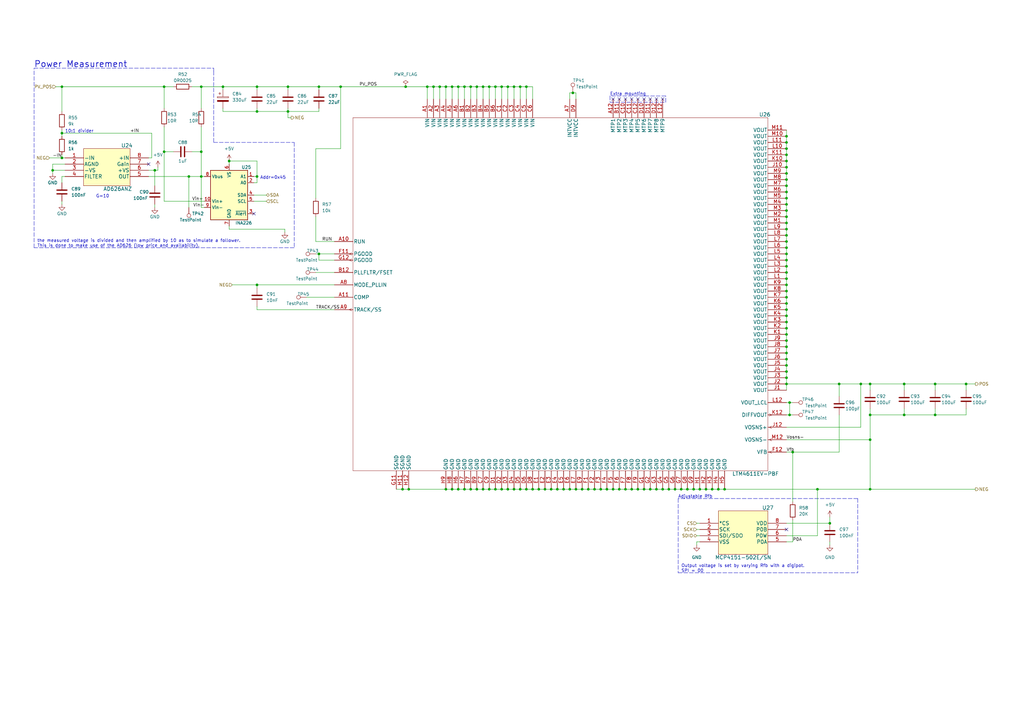
<source format=kicad_sch>
(kicad_sch (version 20211123) (generator eeschema)
  (paper "A3")
  (lib_symbols
    (symbol "AD626ANZ:AD626ANZ" (pin_names (offset 0.254))
      (property "Reference" "U?" (at 39.37 10.16 0))
      (property "Value" "AD626ANZ" (at 39.37 6.35 0))
      (symbol "AD626ANZ_1_1"
        (rectangle (start 29.21 3.81) (end 48.26 -11.43) (fill (type background)))
        (pin unspecified line (at 21.59 0 0) (length 7.62) (name "-IN") (number "1"))
        (pin unspecified line (at 21.59 -2.54 0) (length 7.62) (name "AGND") (number "2"))
        (pin power_in line (at 21.59 -5.08 0) (length 7.62) (name "-VS") (number "3"))
        (pin unspecified line (at 21.59 -7.62 0) (length 7.62) (name "FILTER") (number "4"))
        (pin unspecified line (at 55.88 -7.62 180) (length 7.62) (name "OUT") (number "5"))
        (pin power_in line (at 55.88 -5.08 180) (length 7.62) (name "+VS") (number "6"))
        (pin unspecified line (at 55.88 -2.54 180) (length 7.62) (name "Gain") (number "7"))
        (pin unspecified line (at 55.88 0 180) (length 7.62) (name "+IN") (number "8"))
      )
    )
    (symbol "Analog_ADC:INA226"
      (property "Reference" "U" (at -6.35 11.43 0))
      (property "Value" "INA226" (at 3.81 11.43 0))
      (symbol "INA226_0_1"
        (rectangle (start 7.62 10.16) (end -7.62 -10.16) (stroke (width 0.254)) (fill (type background)))
      )
      (symbol "INA226_1_1"
        (pin input line (at 10.16 7.62 180) (length 2.54) (name "A1") (number "1"))
        (pin input line (at -10.16 -2.54 0) (length 2.54) (name "Vin+") (number "10"))
        (pin input line (at 10.16 5.08 180) (length 2.54) (name "A0") (number "2"))
        (pin open_collector line (at 10.16 -7.62 180) (length 2.54) (name "~{Alert}") (number "3"))
        (pin bidirectional line (at 10.16 0 180) (length 2.54) (name "SDA") (number "4"))
        (pin input line (at 10.16 -2.54 180) (length 2.54) (name "SCL") (number "5"))
        (pin power_in line (at 0 12.7 270) (length 2.54) (name "VS") (number "6"))
        (pin power_in line (at 0 -12.7 90) (length 2.54) (name "GND") (number "7"))
        (pin input line (at -10.16 7.62 0) (length 2.54) (name "Vbus") (number "8"))
        (pin input line (at -10.16 -5.08 0) (length 2.54) (name "Vin-") (number "9"))
      )
    )
    (symbol "Connector:TestPoint" (pin_numbers hide) (pin_names (offset 0.762) hide)
      (property "Reference" "TP" (at 0 6.858 0))
      (property "Value" "TestPoint" (at 0 5.08 0))
      (symbol "TestPoint_0_1"
        (circle (center 0 3.302) (radius 0.762))
      )
      (symbol "TestPoint_1_1"
        (pin passive line (at 0 0 90) (length 2.54) (name "1") (number "1"))
      )
    )
    (symbol "Device:C" (pin_numbers hide) (pin_names (offset 0.254))
      (property "Reference" "C" (at 0.635 2.54 0))
      (property "Value" "C" (at 0.635 -2.54 0))
      (symbol "C_0_1"
        (polyline (pts (xy -2.032 -0.762) (xy 2.032 -0.762)) (stroke (width 0.508)))
        (polyline (pts (xy -2.032 0.762) (xy 2.032 0.762)) (stroke (width 0.508)))
      )
      (symbol "C_1_1"
        (pin passive line (at 0 3.81 270) (length 2.794) (name "~") (number "1"))
        (pin passive line (at 0 -3.81 90) (length 2.794) (name "~") (number "2"))
      )
    )
    (symbol "Device:C_Polarized" (pin_numbers hide) (pin_names (offset 0.254))
      (property "Reference" "C" (at 0.635 2.54 0))
      (property "Value" "C_Polarized" (at 0.635 -2.54 0))
      (symbol "C_Polarized_0_1"
        (rectangle (start -2.286 0.508) (end 2.286 1.016))
        (polyline (pts (xy -1.778 2.286) (xy -0.762 2.286)))
        (polyline (pts (xy -1.27 2.794) (xy -1.27 1.778)))
        (rectangle (start 2.286 -0.508) (end -2.286 -1.016) (fill (type outline)))
      )
      (symbol "C_Polarized_1_1"
        (pin passive line (at 0 3.81 270) (length 2.794) (name "~") (number "1"))
        (pin passive line (at 0 -3.81 90) (length 2.794) (name "~") (number "2"))
      )
    )
    (symbol "Device:R" (pin_numbers hide) (pin_names (offset 0))
      (property "Reference" "R" (at 2.032 0 90))
      (property "Value" "R" (at 0 0 90))
      (symbol "R_0_1"
        (rectangle (start -1.016 -2.54) (end 1.016 2.54) (stroke (width 0.254)))
      )
      (symbol "R_1_1"
        (pin passive line (at 0 3.81 270) (length 1.27) (name "~") (number "1"))
        (pin passive line (at 0 -3.81 90) (length 1.27) (name "~") (number "2"))
      )
    )
    (symbol "LTM4611EV:LTM4611EV-PBF" (pin_names (offset 0.254))
      (property "Reference" "U26" (at 176.53 52.07 0))
      (property "Value" "LTM4611EV-PBF" (at 172.72 -95.25 0))
      (symbol "LTM4611EV-PBF_1_1"
        (polyline (pts (xy 7.112 -28.448) (xy 6.0452 -27.94)) (stroke (width 0.127)))
        (polyline (pts (xy 7.112 -27.432) (xy 6.0452 -27.94)) (stroke (width 0.127)))
        (polyline (pts (xy 7.112 -8.128) (xy 6.0452 -7.62)) (stroke (width 0.127)))
        (polyline (pts (xy 7.112 -7.112) (xy 6.0452 -7.62)) (stroke (width 0.127)))
        (polyline (pts (xy 7.112 -5.588) (xy 6.0452 -5.08)) (stroke (width 0.127)))
        (polyline (pts (xy 7.112 -4.572) (xy 6.0452 -5.08)) (stroke (width 0.127)))
        (polyline (pts (xy 7.62 -93.98) (xy 177.8 -93.98)) (stroke (width 0.127)))
        (polyline (pts (xy 7.62 50.8) (xy 7.62 -93.98)) (stroke (width 0.127)))
        (polyline (pts (xy 177.8 -93.98) (xy 177.8 50.8)) (stroke (width 0.127)))
        (polyline (pts (xy 177.8 50.8) (xy 7.62 50.8)) (stroke (width 0.127)))
        (polyline (pts (xy 178.308 -86.36) (xy 179.3748 -86.868)) (stroke (width 0.127)))
        (polyline (pts (xy 178.308 -86.36) (xy 179.3748 -85.852)) (stroke (width 0.127)))
        (polyline (pts (xy 178.308 -81.28) (xy 179.3748 -81.788)) (stroke (width 0.127)))
        (polyline (pts (xy 178.308 -81.28) (xy 179.3748 -80.772)) (stroke (width 0.127)))
        (polyline (pts (xy 178.308 -76.2) (xy 179.3748 -76.708)) (stroke (width 0.127)))
        (polyline (pts (xy 178.308 -76.2) (xy 179.3748 -75.692)) (stroke (width 0.127)))
        (polyline (pts (xy 178.308 -71.628) (xy 179.3748 -71.12)) (stroke (width 0.127)))
        (polyline (pts (xy 178.308 -70.612) (xy 179.3748 -71.12)) (stroke (width 0.127)))
        (pin power_in line (at 38.1 58.42 270) (length 7.62) (name "VIN") (number "A1"))
        (pin unspecified line (at 0 0 0) (length 7.62) (name "RUN") (number "A10"))
        (pin unspecified line (at 0 -22.86 0) (length 7.62) (name "COMP") (number "A11"))
        (pin unspecified line (at 114.3 58.42 270) (length 7.62) (name "MTP1") (number "A12"))
        (pin power_in line (at 40.64 58.42 270) (length 7.62) (name "VIN") (number "A2"))
        (pin power_in line (at 43.18 58.42 270) (length 7.62) (name "VIN") (number "A3"))
        (pin power_in line (at 45.72 58.42 270) (length 7.62) (name "VIN") (number "A4"))
        (pin power_in line (at 48.26 58.42 270) (length 7.62) (name "VIN") (number "A5"))
        (pin power_in line (at 50.8 58.42 270) (length 7.62) (name "VIN") (number "A6"))
        (pin passive line (at 96.52 58.42 270) (length 7.62) (name "INTVCC") (number "A7"))
        (pin unspecified line (at 0 -17.78 0) (length 7.62) (name "MODE_PLLIN") (number "A8"))
        (pin output line (at 0 -27.94 0) (length 7.62) (name "TRACK/SS") (number "A9"))
        (pin power_in line (at 53.34 58.42 270) (length 7.62) (name "VIN") (number "B1"))
        (pin unspecified line (at 116.84 58.42 270) (length 7.62) (name "MTP2") (number "B11"))
        (pin unspecified line (at 0 -12.7 0) (length 7.62) (name "PLLFLTR/FSET") (number "B12"))
        (pin power_in line (at 55.88 58.42 270) (length 7.62) (name "VIN") (number "B2"))
        (pin power_in line (at 58.42 58.42 270) (length 7.62) (name "VIN") (number "B3"))
        (pin power_in line (at 60.96 58.42 270) (length 7.62) (name "VIN") (number "B4"))
        (pin power_in line (at 63.5 58.42 270) (length 7.62) (name "VIN") (number "B5"))
        (pin power_in line (at 66.04 58.42 270) (length 7.62) (name "VIN") (number "B6"))
        (pin power_in line (at 55.88 -101.6 90) (length 7.62) (name "GND") (number "B7"))
        (pin power_in line (at 58.42 -101.6 90) (length 7.62) (name "GND") (number "B9"))
        (pin power_in line (at 68.58 58.42 270) (length 7.62) (name "VIN") (number "C1"))
        (pin unspecified line (at 119.38 58.42 270) (length 7.62) (name "MTP3") (number "C10"))
        (pin unspecified line (at 121.92 58.42 270) (length 7.62) (name "MTP4") (number "C11"))
        (pin unspecified line (at 124.46 58.42 270) (length 7.62) (name "MTP5") (number "C12"))
        (pin power_in line (at 71.12 58.42 270) (length 7.62) (name "VIN") (number "C2"))
        (pin power_in line (at 73.66 58.42 270) (length 7.62) (name "VIN") (number "C3"))
        (pin power_in line (at 76.2 58.42 270) (length 7.62) (name "VIN") (number "C4"))
        (pin power_in line (at 78.74 58.42 270) (length 7.62) (name "VIN") (number "C5"))
        (pin power_in line (at 81.28 58.42 270) (length 7.62) (name "VIN") (number "C6"))
        (pin power_in line (at 60.96 -101.6 90) (length 7.62) (name "GND") (number "C7"))
        (pin power_in line (at 63.5 -101.6 90) (length 7.62) (name "GND") (number "C9"))
        (pin power_in line (at 66.04 -101.6 90) (length 7.62) (name "GND") (number "D1"))
        (pin unspecified line (at 127 58.42 270) (length 7.62) (name "MTP6") (number "D10"))
        (pin unspecified line (at 129.54 58.42 270) (length 7.62) (name "MTP7") (number "D11"))
        (pin unspecified line (at 132.08 58.42 270) (length 7.62) (name "MTP8") (number "D12"))
        (pin power_in line (at 68.58 -101.6 90) (length 7.62) (name "GND") (number "D2"))
        (pin power_in line (at 71.12 -101.6 90) (length 7.62) (name "GND") (number "D3"))
        (pin power_in line (at 73.66 -101.6 90) (length 7.62) (name "GND") (number "D4"))
        (pin power_in line (at 76.2 -101.6 90) (length 7.62) (name "GND") (number "D5"))
        (pin power_in line (at 78.74 -101.6 90) (length 7.62) (name "GND") (number "D6"))
        (pin power_in line (at 81.28 -101.6 90) (length 7.62) (name "GND") (number "D8"))
        (pin passive line (at 99.06 58.42 270) (length 7.62) (name "INTVCC") (number "D9"))
        (pin power_in line (at 83.82 -101.6 90) (length 7.62) (name "GND") (number "E1"))
        (pin unspecified line (at 134.62 58.42 270) (length 7.62) (name "MTP9") (number "E12"))
        (pin power_in line (at 86.36 -101.6 90) (length 7.62) (name "GND") (number "E2"))
        (pin power_in line (at 88.9 -101.6 90) (length 7.62) (name "GND") (number "E3"))
        (pin power_in line (at 91.44 -101.6 90) (length 7.62) (name "GND") (number "E4"))
        (pin power_in line (at 93.98 -101.6 90) (length 7.62) (name "GND") (number "E5"))
        (pin power_in line (at 96.52 -101.6 90) (length 7.62) (name "GND") (number "E6"))
        (pin power_in line (at 99.06 -101.6 90) (length 7.62) (name "GND") (number "E7"))
        (pin power_in line (at 101.6 -101.6 90) (length 7.62) (name "GND") (number "E9"))
        (pin power_in line (at 104.14 -101.6 90) (length 7.62) (name "GND") (number "F1"))
        (pin passive line (at 0 -5.08 0) (length 7.62) (name "PGOOD") (number "F11"))
        (pin input line (at 185.42 -86.36 180) (length 7.62) (name "VFB") (number "F12"))
        (pin power_in line (at 106.68 -101.6 90) (length 7.62) (name "GND") (number "F2"))
        (pin power_in line (at 109.22 -101.6 90) (length 7.62) (name "GND") (number "F3"))
        (pin power_in line (at 111.76 -101.6 90) (length 7.62) (name "GND") (number "F4"))
        (pin power_in line (at 114.3 -101.6 90) (length 7.62) (name "GND") (number "F5"))
        (pin power_in line (at 116.84 -101.6 90) (length 7.62) (name "GND") (number "F6"))
        (pin power_in line (at 119.38 -101.6 90) (length 7.62) (name "GND") (number "F7"))
        (pin power_in line (at 121.92 -101.6 90) (length 7.62) (name "GND") (number "F8"))
        (pin power_in line (at 124.46 -101.6 90) (length 7.62) (name "GND") (number "F9"))
        (pin power_in line (at 127 -101.6 90) (length 7.62) (name "GND") (number "G1"))
        (pin power_in line (at 25.4 -101.6 90) (length 7.62) (name "SGND") (number "G11"))
        (pin passive line (at 0 -7.62 0) (length 7.62) (name "PGOOD") (number "G12"))
        (pin power_in line (at 129.54 -101.6 90) (length 7.62) (name "GND") (number "G2"))
        (pin power_in line (at 132.08 -101.6 90) (length 7.62) (name "GND") (number "G3"))
        (pin power_in line (at 134.62 -101.6 90) (length 7.62) (name "GND") (number "G4"))
        (pin power_in line (at 137.16 -101.6 90) (length 7.62) (name "GND") (number "G5"))
        (pin power_in line (at 139.7 -101.6 90) (length 7.62) (name "GND") (number "G6"))
        (pin power_in line (at 142.24 -101.6 90) (length 7.62) (name "GND") (number "G7"))
        (pin power_in line (at 144.78 -101.6 90) (length 7.62) (name "GND") (number "G8"))
        (pin power_in line (at 147.32 -101.6 90) (length 7.62) (name "GND") (number "G9"))
        (pin power_in line (at 149.86 -101.6 90) (length 7.62) (name "GND") (number "H1"))
        (pin power_in line (at 27.94 -101.6 90) (length 7.62) (name "SGND") (number "H11"))
        (pin power_in line (at 30.48 -101.6 90) (length 7.62) (name "SGND") (number "H12"))
        (pin power_in line (at 152.4 -101.6 90) (length 7.62) (name "GND") (number "H2"))
        (pin power_in line (at 154.94 -101.6 90) (length 7.62) (name "GND") (number "H3"))
        (pin power_in line (at 157.48 -101.6 90) (length 7.62) (name "GND") (number "H4"))
        (pin power_in line (at 160.02 -101.6 90) (length 7.62) (name "GND") (number "H5"))
        (pin power_in line (at 50.8 -101.6 90) (length 7.62) (name "GND") (number "H6"))
        (pin power_in line (at 53.34 -101.6 90) (length 7.62) (name "GND") (number "H7"))
        (pin power_in line (at 48.26 -101.6 90) (length 7.62) (name "GND") (number "H8"))
        (pin power_in line (at 45.72 -101.6 90) (length 7.62) (name "GND") (number "H9"))
        (pin power_in line (at 185.42 -60.96 180) (length 7.62) (name "VOUT") (number "J1"))
        (pin power_in line (at 185.42 30.48 180) (length 7.62) (name "VOUT") (number "J10"))
        (pin input line (at 185.42 -76.2 180) (length 7.62) (name "VOSNS+") (number "J12"))
        (pin power_in line (at 185.42 -58.42 180) (length 7.62) (name "VOUT") (number "J2"))
        (pin power_in line (at 185.42 -55.88 180) (length 7.62) (name "VOUT") (number "J3"))
        (pin power_in line (at 185.42 -53.34 180) (length 7.62) (name "VOUT") (number "J4"))
        (pin power_in line (at 185.42 -50.8 180) (length 7.62) (name "VOUT") (number "J5"))
        (pin power_in line (at 185.42 -48.26 180) (length 7.62) (name "VOUT") (number "J6"))
        (pin power_in line (at 185.42 -45.72 180) (length 7.62) (name "VOUT") (number "J7"))
        (pin power_in line (at 185.42 -43.18 180) (length 7.62) (name "VOUT") (number "J8"))
        (pin power_in line (at 185.42 -40.64 180) (length 7.62) (name "VOUT") (number "J9"))
        (pin power_in line (at 185.42 -38.1 180) (length 7.62) (name "VOUT") (number "K1"))
        (pin power_in line (at 185.42 33.02 180) (length 7.62) (name "VOUT") (number "K10"))
        (pin power_in line (at 185.42 35.56 180) (length 7.62) (name "VOUT") (number "K11"))
        (pin output line (at 185.42 -71.12 180) (length 7.62) (name "DIFFVOUT") (number "K12"))
        (pin power_in line (at 185.42 -35.56 180) (length 7.62) (name "VOUT") (number "K2"))
        (pin power_in line (at 185.42 -33.02 180) (length 7.62) (name "VOUT") (number "K3"))
        (pin power_in line (at 185.42 -30.48 180) (length 7.62) (name "VOUT") (number "K4"))
        (pin power_in line (at 185.42 -27.94 180) (length 7.62) (name "VOUT") (number "K5"))
        (pin power_in line (at 185.42 -25.4 180) (length 7.62) (name "VOUT") (number "K6"))
        (pin power_in line (at 185.42 -22.86 180) (length 7.62) (name "VOUT") (number "K7"))
        (pin power_in line (at 185.42 -20.32 180) (length 7.62) (name "VOUT") (number "K8"))
        (pin power_in line (at 185.42 -17.78 180) (length 7.62) (name "VOUT") (number "K9"))
        (pin power_in line (at 185.42 -15.24 180) (length 7.62) (name "VOUT") (number "L1"))
        (pin power_in line (at 185.42 38.1 180) (length 7.62) (name "VOUT") (number "L10"))
        (pin power_in line (at 185.42 40.64 180) (length 7.62) (name "VOUT") (number "L11"))
        (pin input line (at 185.42 -66.04 180) (length 7.62) (name "VOUT_LCL") (number "L12"))
        (pin power_in line (at 185.42 -12.7 180) (length 7.62) (name "VOUT") (number "L2"))
        (pin power_in line (at 185.42 -10.16 180) (length 7.62) (name "VOUT") (number "L3"))
        (pin power_in line (at 185.42 -7.62 180) (length 7.62) (name "VOUT") (number "L4"))
        (pin power_in line (at 185.42 -5.08 180) (length 7.62) (name "VOUT") (number "L5"))
        (pin power_in line (at 185.42 -2.54 180) (length 7.62) (name "VOUT") (number "L6"))
        (pin power_in line (at 185.42 0 180) (length 7.62) (name "VOUT") (number "L7"))
        (pin power_in line (at 185.42 2.54 180) (length 7.62) (name "VOUT") (number "L8"))
        (pin power_in line (at 185.42 5.08 180) (length 7.62) (name "VOUT") (number "L9"))
        (pin power_in line (at 185.42 7.62 180) (length 7.62) (name "VOUT") (number "M1"))
        (pin power_in line (at 185.42 43.18 180) (length 7.62) (name "VOUT") (number "M10"))
        (pin power_in line (at 185.42 45.72 180) (length 7.62) (name "VOUT") (number "M11"))
        (pin input line (at 185.42 -81.28 180) (length 7.62) (name "VOSNS-") (number "M12"))
        (pin power_in line (at 185.42 10.16 180) (length 7.62) (name "VOUT") (number "M2"))
        (pin power_in line (at 185.42 12.7 180) (length 7.62) (name "VOUT") (number "M3"))
        (pin power_in line (at 185.42 15.24 180) (length 7.62) (name "VOUT") (number "M4"))
        (pin power_in line (at 185.42 17.78 180) (length 7.62) (name "VOUT") (number "M5"))
        (pin power_in line (at 185.42 20.32 180) (length 7.62) (name "VOUT") (number "M6"))
        (pin power_in line (at 185.42 22.86 180) (length 7.62) (name "VOUT") (number "M7"))
        (pin power_in line (at 185.42 25.4 180) (length 7.62) (name "VOUT") (number "M8"))
        (pin power_in line (at 185.42 27.94 180) (length 7.62) (name "VOUT") (number "M9"))
      )
    )
    (symbol "MCP4151:MCP4151-502E{slash}SN" (pin_names (offset 0.254))
      (property "Reference" "U7" (at 58.42 6.35 0))
      (property "Value" "MCP4151-502E/SN" (at 48.26 -13.97 0))
      (symbol "MCP4151-502E{slash}SN_0_1"
        (rectangle (start 38.1 5.08) (end 58.42 -12.7) (fill (type background)))
      )
      (symbol "MCP4151-502E{slash}SN_1_1"
        (pin input line (at 30.48 0 0) (length 7.62) (name "*CS") (number "1"))
        (pin input line (at 30.48 -2.54 0) (length 7.62) (name "SCK") (number "2"))
        (pin bidirectional line (at 30.48 -5.08 0) (length 7.62) (name "SDI/SDO") (number "3"))
        (pin power_in line (at 30.48 -7.62 0) (length 7.62) (name "VSS") (number "4"))
        (pin passive line (at 66.04 -7.62 180) (length 7.62) (name "P0A") (number "5"))
        (pin passive line (at 66.04 -5.08 180) (length 7.62) (name "P0W") (number "6"))
        (pin passive line (at 66.04 -2.54 180) (length 7.62) (name "P0B") (number "7"))
        (pin power_in line (at 66.04 0 180) (length 7.62) (name "VDD") (number "8"))
      )
    )
    (symbol "power:+5V" (power) (pin_names (offset 0))
      (property "Value" "+5V" (at 0 3.556 0))
      (symbol "+5V_0_1"
        (polyline (pts (xy -0.762 1.27) (xy 0 2.54)))
        (polyline (pts (xy 0 0) (xy 0 2.54)))
        (polyline (pts (xy 0 2.54) (xy 0.762 1.27)))
      )
      (symbol "+5V_1_1"
        (pin power_in line (at 0 0 90) (length 0) hide (name "+5V") (number "1"))
      )
    )
    (symbol "power:GND" (power) (pin_names (offset 0))
      (property "Value" "GND" (at 0 -3.81 0))
      (symbol "GND_0_1"
        (polyline (pts (xy 0 0) (xy 0 -1.27) (xy 1.27 -1.27) (xy 0 -2.54) (xy -1.27 -1.27) (xy 0 -1.27)))
      )
      (symbol "GND_1_1"
        (pin power_in line (at 0 0 270) (length 0) hide (name "GND") (number "1"))
      )
    )
    (symbol "power:PWR_FLAG" (power) (pin_numbers hide) (pin_names (offset 0) hide)
      (property "Value" "PWR_FLAG" (at 0 3.81 0))
      (symbol "PWR_FLAG_0_0"
        (pin power_out line (at 0 0 90) (length 0) (name "pwr") (number "1"))
      )
      (symbol "PWR_FLAG_0_1"
        (polyline (pts (xy 0 0) (xy 0 1.27) (xy -1.016 1.905) (xy 0 2.54) (xy 1.016 1.905) (xy 0 1.27)))
      )
    )
  )
  (junction (at 383.54 157.48))
  (junction (at 276.86 200.66))
  (junction (at 220.98 200.66))
  (junction (at 175.26 35.56))
  (junction (at 25.4 54.61))
  (junction (at 193.04 200.66))
  (junction (at 325.12 185.42))
  (junction (at 344.17 157.48))
  (junction (at 370.84 157.48))
  (junction (at 292.1 200.66))
  (junction (at 241.3 200.66))
  (junction (at 322.58 154.94))
  (junction (at 256.54 200.66))
  (junction (at 322.58 83.82))
  (junction (at 166.37 35.56))
  (junction (at 340.36 214.63))
  (junction (at 93.98 66.04))
  (junction (at 261.62 200.66))
  (junction (at 370.84 170.18))
  (junction (at 67.31 62.23))
  (junction (at 322.58 144.78))
  (junction (at 353.06 157.48))
  (junction (at 322.58 119.38))
  (junction (at 322.58 157.48))
  (junction (at 287.02 200.66))
  (junction (at 105.41 45.72))
  (junction (at 67.31 35.56))
  (junction (at 322.58 106.68))
  (junction (at 396.24 157.48))
  (junction (at 82.55 62.23))
  (junction (at 322.58 127))
  (junction (at 91.44 35.56))
  (junction (at 322.58 129.54))
  (junction (at 77.47 72.39))
  (junction (at 322.58 116.84))
  (junction (at 105.41 35.56))
  (junction (at 210.82 200.66))
  (junction (at 294.64 200.66))
  (junction (at 297.18 200.66))
  (junction (at 200.66 200.66))
  (junction (at 356.87 200.66))
  (junction (at 322.58 152.4))
  (junction (at 25.4 35.56))
  (junction (at 322.58 134.62))
  (junction (at 383.54 170.18))
  (junction (at 322.58 66.04))
  (junction (at 284.48 200.66))
  (junction (at 182.88 35.56))
  (junction (at 322.58 58.42))
  (junction (at 322.58 142.24))
  (junction (at 274.32 200.66))
  (junction (at 323.85 170.18))
  (junction (at 322.58 101.6))
  (junction (at 322.58 96.52))
  (junction (at 208.28 200.66))
  (junction (at 271.78 200.66))
  (junction (at 322.58 132.08))
  (junction (at 322.58 86.36))
  (junction (at 130.81 35.56))
  (junction (at 200.66 35.56))
  (junction (at 269.24 200.66))
  (junction (at 167.64 200.66))
  (junction (at 208.28 35.56))
  (junction (at 105.41 116.84))
  (junction (at 322.58 99.06))
  (junction (at 234.95 38.1))
  (junction (at 185.42 200.66))
  (junction (at 82.55 72.39))
  (junction (at 236.22 200.66))
  (junction (at 322.58 63.5))
  (junction (at 130.81 104.14))
  (junction (at 198.12 35.56))
  (junction (at 203.2 35.56))
  (junction (at 254 200.66))
  (junction (at 213.36 35.56))
  (junction (at 205.74 200.66))
  (junction (at 25.4 64.77))
  (junction (at 226.06 200.66))
  (junction (at 182.88 200.66))
  (junction (at 190.5 200.66))
  (junction (at 139.7 35.56))
  (junction (at 228.6 200.66))
  (junction (at 63.5 69.85))
  (junction (at 203.2 200.66))
  (junction (at 82.55 35.56))
  (junction (at 215.9 35.56))
  (junction (at 322.58 55.88))
  (junction (at 165.1 200.66))
  (junction (at 356.87 157.48))
  (junction (at 185.42 35.56))
  (junction (at 322.58 91.44))
  (junction (at 322.58 124.46))
  (junction (at 322.58 60.96))
  (junction (at 264.16 200.66))
  (junction (at 322.58 104.14))
  (junction (at 322.58 81.28))
  (junction (at 322.58 139.7))
  (junction (at 322.58 137.16))
  (junction (at 322.58 114.3))
  (junction (at 322.58 109.22))
  (junction (at 281.94 200.66))
  (junction (at 322.58 147.32))
  (junction (at 322.58 111.76))
  (junction (at 190.5 35.56))
  (junction (at 322.58 76.2))
  (junction (at 213.36 200.66))
  (junction (at 218.44 200.66))
  (junction (at 279.4 200.66))
  (junction (at 322.58 71.12))
  (junction (at 177.8 35.56))
  (junction (at 323.85 165.1))
  (junction (at 180.34 35.56))
  (junction (at 322.58 149.86))
  (junction (at 187.96 35.56))
  (junction (at 223.52 200.66))
  (junction (at 187.96 200.66))
  (junction (at 322.58 73.66))
  (junction (at 243.84 200.66))
  (junction (at 118.11 45.72))
  (junction (at 210.82 35.56))
  (junction (at 335.28 200.66))
  (junction (at 322.58 88.9))
  (junction (at 198.12 200.66))
  (junction (at 322.58 68.58))
  (junction (at 195.58 35.56))
  (junction (at 251.46 200.66))
  (junction (at 259.08 200.66))
  (junction (at 238.76 200.66))
  (junction (at 248.92 200.66))
  (junction (at 356.87 180.34))
  (junction (at 195.58 200.66))
  (junction (at 105.41 72.39))
  (junction (at 205.74 35.56))
  (junction (at 193.04 35.56))
  (junction (at 21.59 69.85))
  (junction (at 266.7 200.66))
  (junction (at 322.58 121.92))
  (junction (at 289.56 200.66))
  (junction (at 356.87 170.18))
  (junction (at 231.14 200.66))
  (junction (at 246.38 200.66))
  (junction (at 118.11 35.56))
  (junction (at 322.58 93.98))
  (junction (at 322.58 78.74))
  (junction (at 233.68 200.66))
  (junction (at 215.9 200.66))
  (no_connect (at 271.78 40.64))
  (no_connect (at 251.46 40.64))
  (no_connect (at 269.24 40.64))
  (no_connect (at 266.7 40.64))
  (no_connect (at 256.54 40.64))
  (no_connect (at 104.14 87.63))
  (no_connect (at 264.16 40.64))
  (no_connect (at 60.96 67.31))
  (no_connect (at 254 40.64))
  (no_connect (at 322.58 217.17))
  (no_connect (at 261.62 40.64))
  (no_connect (at 259.08 40.64))
  (wire (pts (xy 322.58 165.1) (xy 323.85 165.1)))
  (wire (pts (xy 63.5 69.85) (xy 63.5 76.2)))
  (polyline (pts (xy 250.19 39.37) (xy 250.19 41.91)))
  (wire (pts (xy 180.34 35.56) (xy 180.34 40.64)))
  (wire (pts (xy 325.12 170.18) (xy 323.85 170.18)))
  (wire (pts (xy 215.9 35.56) (xy 215.9 40.64)))
  (wire (pts (xy 195.58 35.56) (xy 198.12 35.56)))
  (wire (pts (xy 287.02 200.66) (xy 284.48 200.66)))
  (wire (pts (xy 322.58 55.88) (xy 322.58 58.42)))
  (wire (pts (xy 63.5 69.85) (xy 64.77 69.85)))
  (wire (pts (xy 118.11 35.56) (xy 130.81 35.56)))
  (wire (pts (xy 287.02 200.66) (xy 289.56 200.66)))
  (wire (pts (xy 251.46 200.66) (xy 254 200.66)))
  (wire (pts (xy 177.8 35.56) (xy 177.8 40.64)))
  (wire (pts (xy 322.58 114.3) (xy 322.58 116.84)))
  (wire (pts (xy 246.38 200.66) (xy 248.92 200.66)))
  (wire (pts (xy 21.59 69.85) (xy 21.59 71.12)))
  (wire (pts (xy 200.66 35.56) (xy 200.66 40.64)))
  (wire (pts (xy 82.55 72.39) (xy 83.82 72.39)))
  (wire (pts (xy 25.4 64.77) (xy 26.67 64.77)))
  (wire (pts (xy 187.96 35.56) (xy 187.96 40.64)))
  (wire (pts (xy 205.74 35.56) (xy 205.74 40.64)))
  (wire (pts (xy 25.4 35.56) (xy 25.4 45.72)))
  (wire (pts (xy 137.16 99.06) (xy 129.54 99.06)))
  (wire (pts (xy 322.58 127) (xy 322.58 129.54)))
  (wire (pts (xy 190.5 35.56) (xy 190.5 40.64)))
  (wire (pts (xy 64.77 68.58) (xy 64.77 69.85)))
  (wire (pts (xy 139.7 60.96) (xy 139.7 35.56)))
  (wire (pts (xy 322.58 81.28) (xy 322.58 83.82)))
  (wire (pts (xy 335.28 219.71) (xy 335.28 200.66)))
  (wire (pts (xy 322.58 180.34) (xy 356.87 180.34)))
  (wire (pts (xy 325.12 213.36) (xy 325.12 222.25)))
  (wire (pts (xy 322.58 132.08) (xy 322.58 134.62)))
  (wire (pts (xy 322.58 121.92) (xy 322.58 124.46)))
  (wire (pts (xy 297.18 200.66) (xy 294.64 200.66)))
  (wire (pts (xy 322.58 63.5) (xy 322.58 66.04)))
  (wire (pts (xy 130.81 106.68) (xy 130.81 104.14)))
  (wire (pts (xy 322.58 91.44) (xy 322.58 93.98)))
  (wire (pts (xy 322.58 139.7) (xy 322.58 142.24)))
  (polyline (pts (xy 87.63 58.42) (xy 120.65 58.42)))
  (wire (pts (xy 370.84 170.18) (xy 383.54 170.18)))
  (wire (pts (xy 198.12 200.66) (xy 200.66 200.66)))
  (wire (pts (xy 322.58 53.34) (xy 322.58 55.88)))
  (wire (pts (xy 104.14 74.93) (xy 105.41 74.93)))
  (wire (pts (xy 82.55 72.39) (xy 82.55 85.09)))
  (wire (pts (xy 281.94 200.66) (xy 279.4 200.66)))
  (wire (pts (xy 125.73 121.92) (xy 137.16 121.92)))
  (wire (pts (xy 325.12 185.42) (xy 322.58 185.42)))
  (wire (pts (xy 130.81 104.14) (xy 137.16 104.14)))
  (polyline (pts (xy 273.05 41.91) (xy 273.05 39.37)))
  (polyline (pts (xy 120.65 58.42) (xy 120.65 101.6)))
  (polyline (pts (xy 351.79 204.47) (xy 278.13 204.47)))
  (wire (pts (xy 322.58 71.12) (xy 322.58 68.58)))
  (wire (pts (xy 130.81 35.56) (xy 130.81 36.83)))
  (wire (pts (xy 233.68 200.66) (xy 231.14 200.66)))
  (wire (pts (xy 356.87 157.48) (xy 370.84 157.48)))
  (wire (pts (xy 322.58 83.82) (xy 322.58 86.36)))
  (wire (pts (xy 190.5 35.56) (xy 193.04 35.56)))
  (wire (pts (xy 383.54 157.48) (xy 396.24 157.48)))
  (wire (pts (xy 322.58 129.54) (xy 322.58 132.08)))
  (wire (pts (xy 322.58 222.25) (xy 325.12 222.25)))
  (wire (pts (xy 93.98 93.98) (xy 116.84 93.98)))
  (wire (pts (xy 322.58 60.96) (xy 322.58 58.42)))
  (wire (pts (xy 187.96 35.56) (xy 190.5 35.56)))
  (wire (pts (xy 322.58 78.74) (xy 322.58 81.28)))
  (wire (pts (xy 218.44 200.66) (xy 220.98 200.66)))
  (polyline (pts (xy 13.97 27.94) (xy 87.63 27.94)))
  (wire (pts (xy 259.08 200.66) (xy 261.62 200.66)))
  (wire (pts (xy 77.47 72.39) (xy 82.55 72.39)))
  (wire (pts (xy 67.31 62.23) (xy 71.12 62.23)))
  (wire (pts (xy 182.88 35.56) (xy 182.88 40.64)))
  (wire (pts (xy 77.47 72.39) (xy 77.47 85.09)))
  (wire (pts (xy 118.11 44.45) (xy 118.11 45.72)))
  (polyline (pts (xy 278.13 204.47) (xy 278.13 234.95)))
  (wire (pts (xy 193.04 35.56) (xy 195.58 35.56)))
  (wire (pts (xy 322.58 142.24) (xy 322.58 144.78)))
  (wire (pts (xy 25.4 53.34) (xy 25.4 54.61)))
  (wire (pts (xy 344.17 157.48) (xy 344.17 162.56)))
  (wire (pts (xy 175.26 35.56) (xy 177.8 35.56)))
  (wire (pts (xy 233.68 38.1) (xy 234.95 38.1)))
  (wire (pts (xy 167.64 200.66) (xy 165.1 200.66)))
  (wire (pts (xy 322.58 106.68) (xy 322.58 109.22)))
  (wire (pts (xy 21.59 67.31) (xy 21.59 69.85)))
  (wire (pts (xy 256.54 200.66) (xy 259.08 200.66)))
  (wire (pts (xy 284.48 200.66) (xy 281.94 200.66)))
  (wire (pts (xy 83.82 82.55) (xy 67.31 82.55)))
  (wire (pts (xy 203.2 35.56) (xy 205.74 35.56)))
  (wire (pts (xy 25.4 54.61) (xy 25.4 55.88)))
  (wire (pts (xy 67.31 35.56) (xy 71.12 35.56)))
  (wire (pts (xy 21.59 69.85) (xy 26.67 69.85)))
  (wire (pts (xy 236.22 38.1) (xy 236.22 40.64)))
  (wire (pts (xy 234.95 38.1) (xy 236.22 38.1)))
  (wire (pts (xy 193.04 35.56) (xy 193.04 40.64)))
  (wire (pts (xy 62.23 64.77) (xy 60.96 64.77)))
  (wire (pts (xy 105.41 116.84) (xy 105.41 118.11)))
  (wire (pts (xy 78.74 62.23) (xy 82.55 62.23)))
  (wire (pts (xy 396.24 167.64) (xy 396.24 170.18)))
  (wire (pts (xy 165.1 200.66) (xy 162.56 200.66)))
  (wire (pts (xy 105.41 35.56) (xy 118.11 35.56)))
  (wire (pts (xy 167.64 200.66) (xy 182.88 200.66)))
  (wire (pts (xy 322.58 175.26) (xy 353.06 175.26)))
  (wire (pts (xy 203.2 200.66) (xy 205.74 200.66)))
  (wire (pts (xy 396.24 170.18) (xy 383.54 170.18)))
  (wire (pts (xy 322.58 119.38) (xy 322.58 121.92)))
  (wire (pts (xy 271.78 200.66) (xy 269.24 200.66)))
  (wire (pts (xy 25.4 35.56) (xy 67.31 35.56)))
  (wire (pts (xy 322.58 91.44) (xy 322.58 88.9)))
  (wire (pts (xy 21.59 67.31) (xy 26.67 67.31)))
  (wire (pts (xy 370.84 157.48) (xy 370.84 160.02)))
  (wire (pts (xy 322.58 134.62) (xy 322.58 137.16)))
  (polyline (pts (xy 278.13 234.95) (xy 351.79 234.95)))
  (wire (pts (xy 129.54 111.76) (xy 137.16 111.76)))
  (wire (pts (xy 104.14 72.39) (xy 105.41 72.39)))
  (wire (pts (xy 67.31 82.55) (xy 67.31 62.23)))
  (wire (pts (xy 353.06 175.26) (xy 353.06 157.48)))
  (wire (pts (xy 82.55 35.56) (xy 82.55 44.45)))
  (wire (pts (xy 322.58 93.98) (xy 322.58 96.52)))
  (wire (pts (xy 118.11 35.56) (xy 118.11 36.83)))
  (wire (pts (xy 105.41 127) (xy 105.41 125.73)))
  (wire (pts (xy 228.6 200.66) (xy 231.14 200.66)))
  (wire (pts (xy 356.87 170.18) (xy 356.87 180.34)))
  (wire (pts (xy 325.12 185.42) (xy 325.12 205.74)))
  (wire (pts (xy 67.31 35.56) (xy 67.31 44.45)))
  (wire (pts (xy 105.41 66.04) (xy 93.98 66.04)))
  (wire (pts (xy 396.24 157.48) (xy 396.24 160.02)))
  (wire (pts (xy 78.74 35.56) (xy 82.55 35.56)))
  (wire (pts (xy 344.17 170.18) (xy 344.17 185.42)))
  (wire (pts (xy 26.67 72.39) (xy 25.4 72.39)))
  (wire (pts (xy 182.88 200.66) (xy 185.42 200.66)))
  (wire (pts (xy 137.16 127) (xy 105.41 127)))
  (wire (pts (xy 210.82 200.66) (xy 213.36 200.66)))
  (polyline (pts (xy 87.63 27.94) (xy 87.63 29.21)))
  (wire (pts (xy 93.98 93.98) (xy 93.98 92.71)))
  (wire (pts (xy 60.96 72.39) (xy 77.47 72.39)))
  (wire (pts (xy 22.86 35.56) (xy 25.4 35.56)))
  (wire (pts (xy 95.25 116.84) (xy 105.41 116.84)))
  (wire (pts (xy 166.37 35.56) (xy 175.26 35.56)))
  (wire (pts (xy 200.66 200.66) (xy 203.2 200.66)))
  (wire (pts (xy 261.62 200.66) (xy 264.16 200.66)))
  (wire (pts (xy 322.58 99.06) (xy 322.58 96.52)))
  (wire (pts (xy 271.78 200.66) (xy 274.32 200.66)))
  (wire (pts (xy 292.1 200.66) (xy 294.64 200.66)))
  (wire (pts (xy 238.76 200.66) (xy 241.3 200.66)))
  (wire (pts (xy 322.58 111.76) (xy 322.58 114.3)))
  (wire (pts (xy 82.55 52.07) (xy 82.55 62.23)))
  (wire (pts (xy 82.55 85.09) (xy 83.82 85.09)))
  (wire (pts (xy 356.87 170.18) (xy 370.84 170.18)))
  (wire (pts (xy 105.41 116.84) (xy 137.16 116.84)))
  (wire (pts (xy 356.87 180.34) (xy 356.87 200.66)))
  (wire (pts (xy 322.58 76.2) (xy 322.58 78.74)))
  (wire (pts (xy 91.44 44.45) (xy 91.44 45.72)))
  (wire (pts (xy 322.58 71.12) (xy 322.58 73.66)))
  (wire (pts (xy 276.86 200.66) (xy 279.4 200.66)))
  (wire (pts (xy 91.44 45.72) (xy 105.41 45.72)))
  (wire (pts (xy 322.58 124.46) (xy 322.58 127)))
  (wire (pts (xy 322.58 214.63) (xy 340.36 214.63)))
  (wire (pts (xy 322.58 157.48) (xy 344.17 157.48)))
  (wire (pts (xy 285.75 219.71) (xy 287.02 219.71)))
  (wire (pts (xy 25.4 54.61) (xy 62.23 54.61)))
  (wire (pts (xy 130.81 104.14) (xy 129.54 104.14)))
  (wire (pts (xy 62.23 54.61) (xy 62.23 64.77)))
  (wire (pts (xy 130.81 44.45) (xy 130.81 45.72)))
  (wire (pts (xy 104.14 80.01) (xy 109.22 80.01)))
  (wire (pts (xy 208.28 200.66) (xy 210.82 200.66)))
  (wire (pts (xy 180.34 35.56) (xy 182.88 35.56)))
  (wire (pts (xy 322.58 66.04) (xy 322.58 68.58)))
  (wire (pts (xy 322.58 60.96) (xy 322.58 63.5)))
  (wire (pts (xy 118.11 45.72) (xy 118.11 48.26)))
  (wire (pts (xy 289.56 200.66) (xy 292.1 200.66)))
  (wire (pts (xy 105.41 72.39) (xy 105.41 66.04)))
  (wire (pts (xy 195.58 35.56) (xy 195.58 40.64)))
  (wire (pts (xy 285.75 214.63) (xy 287.02 214.63)))
  (wire (pts (xy 322.58 154.94) (xy 322.58 157.48)))
  (wire (pts (xy 297.18 200.66) (xy 335.28 200.66)))
  (wire (pts (xy 322.58 101.6) (xy 322.58 104.14)))
  (wire (pts (xy 208.28 35.56) (xy 210.82 35.56)))
  (wire (pts (xy 190.5 200.66) (xy 187.96 200.66)))
  (wire (pts (xy 274.32 200.66) (xy 276.86 200.66)))
  (wire (pts (xy 323.85 165.1) (xy 325.12 165.1)))
  (wire (pts (xy 193.04 200.66) (xy 195.58 200.66)))
  (polyline (pts (xy 351.79 204.47) (xy 351.79 234.95)))
  (wire (pts (xy 266.7 200.66) (xy 269.24 200.66)))
  (wire (pts (xy 254 200.66) (xy 256.54 200.66)))
  (wire (pts (xy 91.44 35.56) (xy 91.44 36.83)))
  (wire (pts (xy 370.84 167.64) (xy 370.84 170.18)))
  (wire (pts (xy 25.4 82.55) (xy 25.4 83.82)))
  (wire (pts (xy 344.17 157.48) (xy 353.06 157.48)))
  (wire (pts (xy 105.41 45.72) (xy 118.11 45.72)))
  (wire (pts (xy 82.55 62.23) (xy 82.55 72.39)))
  (wire (pts (xy 105.41 44.45) (xy 105.41 45.72)))
  (wire (pts (xy 60.96 69.85) (xy 63.5 69.85)))
  (polyline (pts (xy 250.19 41.91) (xy 273.05 41.91)))
  (wire (pts (xy 203.2 35.56) (xy 203.2 40.64)))
  (wire (pts (xy 223.52 200.66) (xy 226.06 200.66)))
  (wire (pts (xy 322.58 111.76) (xy 322.58 109.22)))
  (polyline (pts (xy 273.05 39.37) (xy 250.19 39.37)))
  (wire (pts (xy 325.12 185.42) (xy 344.17 185.42)))
  (wire (pts (xy 322.58 157.48) (xy 322.58 160.02)))
  (wire (pts (xy 198.12 35.56) (xy 200.66 35.56)))
  (wire (pts (xy 210.82 35.56) (xy 210.82 40.64)))
  (wire (pts (xy 205.74 35.56) (xy 208.28 35.56)))
  (polyline (pts (xy 13.97 101.6) (xy 13.97 27.94)))
  (wire (pts (xy 383.54 157.48) (xy 383.54 160.02)))
  (wire (pts (xy 226.06 200.66) (xy 228.6 200.66)))
  (wire (pts (xy 396.24 157.48) (xy 400.05 157.48)))
  (wire (pts (xy 215.9 200.66) (xy 218.44 200.66)))
  (wire (pts (xy 322.58 144.78) (xy 322.58 147.32)))
  (wire (pts (xy 130.81 35.56) (xy 139.7 35.56)))
  (wire (pts (xy 322.58 86.36) (xy 322.58 88.9)))
  (wire (pts (xy 243.84 200.66) (xy 246.38 200.66)))
  (wire (pts (xy 322.58 137.16) (xy 322.58 139.7)))
  (wire (pts (xy 285.75 223.52) (xy 285.75 222.25)))
  (wire (pts (xy 340.36 222.25) (xy 340.36 223.52)))
  (wire (pts (xy 213.36 35.56) (xy 213.36 40.64)))
  (wire (pts (xy 215.9 35.56) (xy 218.44 35.56)))
  (wire (pts (xy 322.58 149.86) (xy 322.58 147.32)))
  (wire (pts (xy 105.41 74.93) (xy 105.41 72.39)))
  (wire (pts (xy 200.66 35.56) (xy 203.2 35.56)))
  (wire (pts (xy 264.16 200.66) (xy 266.7 200.66)))
  (wire (pts (xy 67.31 62.23) (xy 67.31 52.07)))
  (wire (pts (xy 285.75 222.25) (xy 287.02 222.25)))
  (wire (pts (xy 175.26 40.64) (xy 175.26 35.56)))
  (wire (pts (xy 198.12 35.56) (xy 198.12 40.64)))
  (wire (pts (xy 63.5 83.82) (xy 63.5 85.09)))
  (wire (pts (xy 335.28 200.66) (xy 356.87 200.66)))
  (wire (pts (xy 323.85 165.1) (xy 323.85 170.18)))
  (wire (pts (xy 198.12 200.66) (xy 195.58 200.66)))
  (wire (pts (xy 233.68 200.66) (xy 236.22 200.66)))
  (wire (pts (xy 129.54 88.9) (xy 129.54 99.06)))
  (wire (pts (xy 25.4 63.5) (xy 25.4 64.77)))
  (polyline (pts (xy 120.65 101.6) (xy 13.97 101.6)))
  (wire (pts (xy 322.58 99.06) (xy 322.58 101.6)))
  (wire (pts (xy 210.82 35.56) (xy 213.36 35.56)))
  (wire (pts (xy 241.3 200.66) (xy 243.84 200.66)))
  (wire (pts (xy 118.11 45.72) (xy 130.81 45.72)))
  (wire (pts (xy 91.44 35.56) (xy 105.41 35.56)))
  (wire (pts (xy 353.06 157.48) (xy 356.87 157.48)))
  (wire (pts (xy 322.58 116.84) (xy 322.58 119.38)))
  (wire (pts (xy 25.4 72.39) (xy 25.4 74.93)))
  (wire (pts (xy 323.85 170.18) (xy 322.58 170.18)))
  (wire (pts (xy 220.98 200.66) (xy 223.52 200.66)))
  (wire (pts (xy 236.22 200.66) (xy 238.76 200.66)))
  (wire (pts (xy 182.88 35.56) (xy 185.42 35.56)))
  (wire (pts (xy 322.58 152.4) (xy 322.58 154.94)))
  (wire (pts (xy 185.42 200.66) (xy 187.96 200.66)))
  (wire (pts (xy 356.87 157.48) (xy 356.87 160.02)))
  (wire (pts (xy 370.84 157.48) (xy 383.54 157.48)))
  (wire (pts (xy 129.54 81.28) (xy 129.54 60.96)))
  (wire (pts (xy 322.58 76.2) (xy 322.58 73.66)))
  (wire (pts (xy 213.36 35.56) (xy 215.9 35.56)))
  (wire (pts (xy 177.8 35.56) (xy 180.34 35.56)))
  (wire (pts (xy 340.36 212.09) (xy 340.36 214.63)))
  (wire (pts (xy 205.74 200.66) (xy 208.28 200.66)))
  (wire (pts (xy 285.75 217.17) (xy 287.02 217.17)))
  (wire (pts (xy 139.7 35.56) (xy 166.37 35.56)))
  (wire (pts (xy 185.42 35.56) (xy 185.42 40.64)))
  (wire (pts (xy 82.55 35.56) (xy 91.44 35.56)))
  (wire (pts (xy 233.68 40.64) (xy 233.68 38.1)))
  (wire (pts (xy 20.32 64.77) (xy 25.4 64.77)))
  (wire (pts (xy 105.41 35.56) (xy 105.41 36.83)))
  (wire (pts (xy 356.87 167.64) (xy 356.87 170.18)))
  (wire (pts (xy 185.42 35.56) (xy 187.96 35.56)))
  (wire (pts (xy 93.98 66.04) (xy 93.98 67.31)))
  (wire (pts (xy 190.5 200.66) (xy 193.04 200.66)))
  (wire (pts (xy 383.54 167.64) (xy 383.54 170.18)))
  (wire (pts (xy 137.16 106.68) (xy 130.81 106.68)))
  (wire (pts (xy 356.87 200.66) (xy 400.05 200.66)))
  (wire (pts (xy 104.14 82.55) (xy 109.22 82.55)))
  (wire (pts (xy 218.44 35.56) (xy 218.44 40.64)))
  (wire (pts (xy 322.58 219.71) (xy 335.28 219.71)))
  (wire (pts (xy 213.36 200.66) (xy 215.9 200.66)))
  (wire (pts (xy 208.28 35.56) (xy 208.28 40.64)))
  (wire (pts (xy 322.58 149.86) (xy 322.58 152.4)))
  (wire (pts (xy 322.58 104.14) (xy 322.58 106.68)))
  (polyline (pts (xy 87.63 29.21) (xy 87.63 58.42)))
  (wire (pts (xy 248.92 200.66) (xy 251.46 200.66)))
  (wire (pts (xy 118.11 48.26) (xy 119.38 48.26)))
  (wire (pts (xy 129.54 60.96) (xy 139.7 60.96)))
  (wire (pts (xy 116.84 93.98) (xy 116.84 95.25)))
  (text "Extra mounting" (at 250.19 39.37 0) (effects (font (size 1.27 1.27)) (justify left bottom)))
  (text "the measured voltage is divided and then amplified by 10 as to simulate a follower.\nThis is done to make use of the AD626 (low price and availability)." (at 15.24 101.6 0) (effects (font (size 1.27 1.27)) (justify left bottom)))
  (text "10:1 divider" (at 26.67 54.61 0) (effects (font (size 1.27 1.27)) (justify left bottom)))
  (text "Output voltage is set by varying Rfb with a digipot.\nSPI = 00" (at 279.4 234.95 0) (effects (font (size 1.27 1.27)) (justify left bottom)))
  (text "Adjustable Rfb\n" (at 278.13 204.47 0) (effects (font (size 1.27 1.27)) (justify left bottom)))
  (text "Power Measurement\n" (at 13.97 27.94 0) (effects (font (size 2.54 2.54) (thickness 0.254) bold) (justify left bottom)))
  (text "G=10" (at 39.37 81.28 0) (effects (font (size 1.27 1.27)) (justify left bottom)))
  (text "Addr=0x45" (at 106.68 73.66 0) (effects (font (size 1.27 1.27)) (justify left bottom)))
  (label "+IN" (at 53.34 54.61 0))
  (label "RUN" (at 132.08 99.06 0))
  (label "Vin-" (at 83.82 85.09 180))
  (label "PV_POS" (at 147.32 35.56 0))
  (label "P0A" (at 325.12 222.25 0))
  (label "Vosns-" (at 322.58 180.34 0))
  (label "TRACK{slash}SS" (at 129.54 127 0))
  (label "-IN" (at 21.59 64.77 0))
  (label "Vfb" (at 322.58 185.42 0))
  (label "Vin+" (at 78.74 82.55 0))
  (hierarchical_label "PV_POS" (shape input) (at 22.86 35.56 180))
  (hierarchical_label "SDA" (shape bidirectional) (at 109.22 80.01 0))
  (hierarchical_label "NEG" (shape output) (at 400.05 200.66 0))
  (hierarchical_label "POS" (shape output) (at 400.05 157.48 0))
  (hierarchical_label "CS" (shape input) (at 285.75 214.63 180))
  (hierarchical_label "SCL" (shape input) (at 109.22 82.55 0))
  (hierarchical_label "SCK" (shape input) (at 285.75 217.17 180))
  (hierarchical_label "NEG" (shape output) (at 119.38 48.26 0))
  (hierarchical_label "SDIO" (shape bidirectional) (at 285.75 219.71 180))
  (hierarchical_label "NEG" (shape input) (at 20.32 64.77 180))
  (hierarchical_label "NEG" (shape input) (at 95.25 116.84 180))
  (symbol (lib_id "power:+5V") (at 340.36 212.09 0) (unit 1)
    (property "Reference" "#PWR081" (effects hide))
    (property "Value" "+5V" (at 340.36 207.01 0))
  )
  (symbol (lib_id "Connector:TestPoint") (at 129.54 111.76 90) (unit 1)
    (property "Reference" "TP44" (at 128.27 110.49 90))
    (property "Value" "TestPoint" (at 125.73 114.3 90))
    (property "Footprint" "TestPoint:TestPoint_Pad_D2.0mm" (effects hide))
  )
  (symbol (lib_id "power:GND") (at 21.59 71.12 0) (unit 1)
    (property "Reference" "#PWR077" (effects hide))
    (property "Value" "GND" (at 21.59 74.93 0))
  )
  (symbol (lib_id "Device:C") (at 105.41 40.64 0) (unit 1)
    (property "Reference" "C85" (at 109.22 39.3699 0) (effects (justify left)))
    (property "Value" "22uF" (at 109.22 41.9099 0) (effects (justify left)))
    (property "Footprint" "Capacitor_SMD:C_0805_2012Metric" (effects hide))
  )
  (symbol (lib_id "Connector:TestPoint") (at 234.95 38.1 0) (unit 1)
    (property "Reference" "TP41" (at 234.95 33.02 0) (effects (justify left)))
    (property "Value" "TestPoint" (at 236.22 35.56 0) (effects (justify left)))
    (property "Footprint" "TestPoint:TestPoint_Pad_D2.0mm" (effects hide))
  )
  (symbol (lib_id "Device:C") (at 356.87 163.83 0) (unit 1)
    (property "Reference" "C92" (at 359.41 162.56 0) (effects (justify left)))
    (property "Value" "100uF" (at 359.41 165.1 0) (effects (justify left)))
    (property "Footprint" "Capacitor_SMD:C_1206_3216Metric" (effects hide))
  )
  (symbol (lib_id "Device:R") (at 82.55 48.26 0) (unit 1)
    (property "Reference" "R54" (at 78.74 46.99 0) (effects (justify left)))
    (property "Value" "10R" (at 77.47 49.53 0) (effects (justify left)))
    (property "Footprint" "Resistor_SMD:R_0805_2012Metric" (effects hide))
  )
  (symbol (lib_id "Device:R") (at 25.4 59.69 0) (unit 1)
    (property "Reference" "R56" (at 27.94 58.4199 0) (effects (justify left)))
    (property "Value" "1k" (at 27.94 60.9599 0) (effects (justify left)))
    (property "Footprint" "Resistor_SMD:R_0805_2012Metric" (effects hide))
  )
  (symbol (lib_id "Device:C") (at 25.4 78.74 0) (unit 1)
    (property "Reference" "C89" (at 29.21 77.4699 0) (effects (justify left)))
    (property "Value" "100nF" (at 29.21 80.0099 0) (effects (justify left)))
    (property "Footprint" "Capacitor_SMD:C_0805_2012Metric" (effects hide))
  )
  (symbol (lib_id "power:+5V") (at 93.98 66.04 0) (unit 1)
    (property "Reference" "#PWR075" (effects hide))
    (property "Value" "+5V" (at 93.98 60.96 0))
  )
  (symbol (lib_id "Device:C") (at 118.11 40.64 0) (unit 1)
    (property "Reference" "C86" (at 121.92 39.3699 0) (effects (justify left)))
    (property "Value" "22uF" (at 121.92 41.9099 0) (effects (justify left)))
    (property "Footprint" "Capacitor_SMD:C_0805_2012Metric" (effects hide))
  )
  (symbol (lib_id "Connector:TestPoint") (at 129.54 104.14 90) (unit 1)
    (property "Reference" "TP43" (at 128.27 102.87 90))
    (property "Value" "TestPoint" (at 125.73 106.68 90))
    (property "Footprint" "TestPoint:TestPoint_Pad_D2.0mm" (effects hide))
  )
  (symbol (lib_id "Device:C") (at 63.5 80.01 0) (unit 1)
    (property "Reference" "C90" (at 57.15 78.74 0) (effects (justify left)))
    (property "Value" "100nF" (at 54.61 81.28 0) (effects (justify left)))
    (property "Footprint" "Capacitor_SMD:C_0805_2012Metric" (effects hide))
  )
  (symbol (lib_id "power:GND") (at 116.84 95.25 0) (unit 1)
    (property "Reference" "#PWR080" (effects hide))
    (property "Value" "GND" (at 116.84 99.06 0))
  )
  (symbol (lib_id "Device:C") (at 74.93 62.23 90) (unit 1)
    (property "Reference" "C88" (at 74.93 58.42 90))
    (property "Value" "1uF" (at 74.93 66.04 90))
    (property "Footprint" "Capacitor_SMD:C_0805_2012Metric" (effects hide))
  )
  (symbol (lib_id "power:+5V") (at 64.77 68.58 0) (unit 1)
    (property "Reference" "#PWR076" (effects hide))
    (property "Value" "+5V" (at 64.77 63.5 0))
  )
  (symbol (lib_id "Device:C") (at 340.36 218.44 0) (unit 1)
    (property "Reference" "C97" (at 344.17 217.1699 0) (effects (justify left)))
    (property "Value" "100nF" (at 344.17 219.7099 0) (effects (justify left)))
    (property "Footprint" "Capacitor_SMD:C_0805_2012Metric" (effects hide))
  )
  (symbol (lib_id "Device:C") (at 396.24 163.83 0) (unit 1)
    (property "Reference" "C95" (at 398.78 162.56 0) (effects (justify left)))
    (property "Value" "100uF" (at 398.78 165.1 0) (effects (justify left)))
    (property "Footprint" "Capacitor_SMD:C_1206_3216Metric" (effects hide))
  )
  (symbol (lib_id "Device:C_Polarized") (at 91.44 40.64 0) (unit 1)
    (property "Reference" "C84" (at 95.25 38.4809 0) (effects (justify left)))
    (property "Value" "330uF" (at 95.25 41.0209 0) (effects (justify left)))
    (property "Footprint" "Capacitor_SMD:CP_Elec_8x6.9" (effects hide))
  )
  (symbol (lib_id "power:GND") (at 25.4 83.82 0) (unit 1)
    (property "Reference" "#PWR078" (effects hide))
    (property "Value" "GND" (at 25.4 87.63 0))
  )
  (symbol (lib_id "power:PWR_FLAG") (at 166.37 35.56 0) (unit 1)
    (property "Reference" "#FLG018" (effects hide))
    (property "Value" "PWR_FLAG" (at 166.37 30.48 0))
  )
  (symbol (lib_id "Connector:TestPoint") (at 125.73 121.92 90) (unit 1)
    (property "Reference" "TP45" (at 124.46 120.65 90))
    (property "Value" "TestPoint" (at 121.92 124.46 90))
    (property "Footprint" "TestPoint:TestPoint_Pad_D2.0mm" (effects hide))
  )
  (symbol (lib_id "Device:R") (at 74.93 35.56 90) (unit 1)
    (property "Reference" "R52" (at 74.93 30.48 90))
    (property "Value" "0R0025" (at 74.93 33.02 90))
    (property "Footprint" "Resistor_SMD:R_1206_3216Metric" (effects hide))
  )
  (symbol (lib_id "LTM4611EV:LTM4611EV-PBF") (at 137.16 99.06 0) (unit 1)
    (property "Reference" "U26" (at 313.69 46.99 0) (effects (font (size 1.524 1.524))))
    (property "Value" "LTM4611EV-PBF" (at 309.88 194.31 0) (effects (font (size 1.524 1.524))))
    (property "Footprint" "Package_LGA:Linear_LGA-133_15.0x15.0mm_Layout12x12_P1.27mm" (effects hide))
  )
  (symbol (lib_id "Connector:TestPoint") (at 77.47 85.09 180) (unit 1)
    (property "Reference" "TP42" (at 78.74 87.63 0) (effects (justify right)))
    (property "Value" "TestPoint" (at 73.66 90.17 0) (effects (justify right)))
    (property "Footprint" "TestPoint:TestPoint_Pad_D2.0mm" (effects hide))
  )
  (symbol (lib_id "Device:C") (at 344.17 166.37 0) (unit 1)
    (property "Reference" "C96" (at 346.71 165.1 0) (effects (justify left)))
    (property "Value" "100pF" (at 346.71 167.64 0) (effects (justify left)))
    (property "Footprint" "Capacitor_SMD:C_0805_2012Metric" (effects hide))
  )
  (symbol (lib_id "Device:R") (at 67.31 48.26 0) (unit 1)
    (property "Reference" "R53" (at 68.58 46.99 0) (effects (justify left)))
    (property "Value" "10R" (at 68.58 49.53 0) (effects (justify left)))
    (property "Footprint" "Resistor_SMD:R_0805_2012Metric" (effects hide))
  )
  (symbol (lib_id "Device:C") (at 105.41 121.92 0) (unit 1)
    (property "Reference" "C91" (at 109.22 120.6499 0) (effects (justify left)))
    (property "Value" "10nF" (at 109.22 123.1899 0) (effects (justify left)))
    (property "Footprint" "Capacitor_SMD:C_0805_2012Metric" (effects hide))
  )
  (symbol (lib_id "power:GND") (at 63.5 85.09 0) (unit 1)
    (property "Reference" "#PWR079" (effects hide))
    (property "Value" "GND" (at 63.5 88.9 0))
  )
  (symbol (lib_id "Device:C") (at 383.54 163.83 0) (unit 1)
    (property "Reference" "C94" (at 386.08 162.56 0) (effects (justify left)))
    (property "Value" "100uF" (at 386.08 165.1 0) (effects (justify left)))
    (property "Footprint" "Capacitor_SMD:C_1206_3216Metric" (effects hide))
  )
  (symbol (lib_id "Device:R") (at 325.12 209.55 0) (unit 1)
    (property "Reference" "R58" (at 327.66 208.2799 0) (effects (justify left)))
    (property "Value" "20K" (at 327.66 210.8199 0) (effects (justify left)))
    (property "Footprint" "Resistor_SMD:R_0805_2012Metric" (effects hide))
  )
  (symbol (lib_id "MCP4151:MCP4151-502E{slash}SN") (at 256.54 214.63 0) (unit 1)
    (property "Reference" "U27" (at 314.96 208.28 0) (effects (font (size 1.524 1.524))))
    (property "Value" "MCP4151-502E/SN" (at 304.8 228.6 0) (effects (font (size 1.524 1.524))))
    (property "Footprint" "Package_SO:MSOP-8_3x3mm_P0.65mm" (effects hide))
    (property "Datasheet" "https://ww1.microchip.com/downloads/aemDocuments/documents/OTH/ProductDocuments/DataSheets/22060b.pdf" (effects hide))
  )
  (symbol (lib_id "Device:C") (at 370.84 163.83 0) (unit 1)
    (property "Reference" "C93" (at 373.38 162.56 0) (effects (justify left)))
    (property "Value" "100uF" (at 373.38 165.1 0) (effects (justify left)))
    (property "Footprint" "Capacitor_SMD:C_1206_3216Metric" (effects hide))
  )
  (symbol (lib_id "Analog_ADC:INA226") (at 93.98 80.01 0) (unit 1)
    (property "Reference" "U25" (at 99.06 68.58 0) (effects (justify left)))
    (property "Value" "INA226" (at 96.52 91.44 0) (effects (justify left)))
    (property "Footprint" "Package_SO:VSSOP-10_3x3mm_P0.5mm" (effects hide))
    (property "Datasheet" "http://www.ti.com/lit/ds/symlink/ina226.pdf" (effects hide))
  )
  (symbol (lib_id "Connector:TestPoint") (at 325.12 170.18 270) (unit 1)
    (property "Reference" "TP47" (at 328.93 168.91 90) (effects (justify left)))
    (property "Value" "TestPoint" (at 330.2 171.45 90) (effects (justify left)))
    (property "Footprint" "TestPoint:TestPoint_Pad_D2.0mm" (effects hide))
  )
  (symbol (lib_id "power:GND") (at 285.75 223.52 0) (unit 1)
    (property "Reference" "#PWR082" (effects hide))
    (property "Value" "GND" (at 285.75 228.6 0))
  )
  (symbol (lib_id "AD626ANZ:AD626ANZ") (at 5.08 64.77 0) (unit 1)
    (property "Reference" "U24" (at 52.07 59.69 0) (effects (font (size 1.524 1.524))))
    (property "Value" "AD626ANZ" (at 48.26 77.47 0) (effects (font (size 1.524 1.524))))
    (property "Footprint" "Package_DIP:DIP-8_W7.62mm_Socket_LongPads" (effects hide))
  )
  (symbol (lib_id "Device:R") (at 25.4 49.53 0) (unit 1)
    (property "Reference" "R55" (at 27.94 48.2599 0) (effects (justify left)))
    (property "Value" "9k" (at 27.94 50.7999 0) (effects (justify left)))
    (property "Footprint" "Resistor_SMD:R_0805_2012Metric" (effects hide))
    (property "Datasheet" "https://www.yageo.com/upload/media/product/productsearch/datasheet/rchip/PYu-RT_1-to-0.01_RoHS_L_13.pdf" (effects hide))
  )
  (symbol (lib_id "Device:C") (at 130.81 40.64 0) (unit 1)
    (property "Reference" "C87" (at 134.62 39.3699 0) (effects (justify left)))
    (property "Value" "22uF" (at 134.62 41.9099 0) (effects (justify left)))
    (property "Footprint" "Capacitor_SMD:C_0805_2012Metric" (effects hide))
  )
  (symbol (lib_id "power:GND") (at 340.36 223.52 0) (unit 1)
    (property "Reference" "#PWR083" (effects hide))
    (property "Value" "GND" (at 340.36 228.6 0))
  )
  (symbol (lib_id "Connector:TestPoint") (at 325.12 165.1 270) (unit 1)
    (property "Reference" "TP46" (at 328.93 163.83 90) (effects (justify left)))
    (property "Value" "TestPoint" (at 330.2 166.37 90) (effects (justify left)))
    (property "Footprint" "TestPoint:TestPoint_Pad_D2.0mm" (effects hide))
  )
  (symbol (lib_id "Device:R") (at 129.54 85.09 0) (unit 1)
    (property "Reference" "R57" (at 132.08 83.8199 0) (effects (justify left)))
    (property "Value" "10k" (at 132.08 86.3599 0) (effects (justify left)))
    (property "Footprint" "Resistor_SMD:R_0805_2012Metric" (effects hide))
  )
)
</source>
